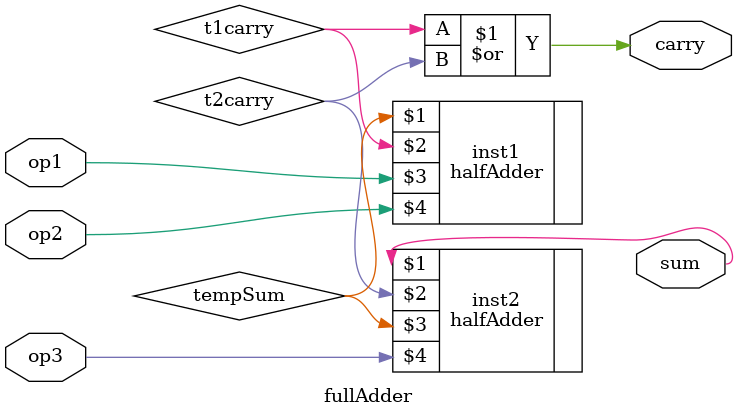
<source format=v>
/*
	K Rahul Reddy	17CO119
	Sushruth V	17CO148
	15 October 2018
*/

`include "halfAdder.v"

module fullAdder (output sum, output carry, input op1, input op2,input op3);
	wire tempSum,t1carry,t2carry;
	halfAdder inst1 (tempSum,t1carry,op1,op2);	// sum of first two bits
	halfAdder inst2 (sum,t2carry,tempSum,op3);	// calculating the sum
	assign carry = t1carry|t2carry;			// calculating the carry
endmodule

</source>
